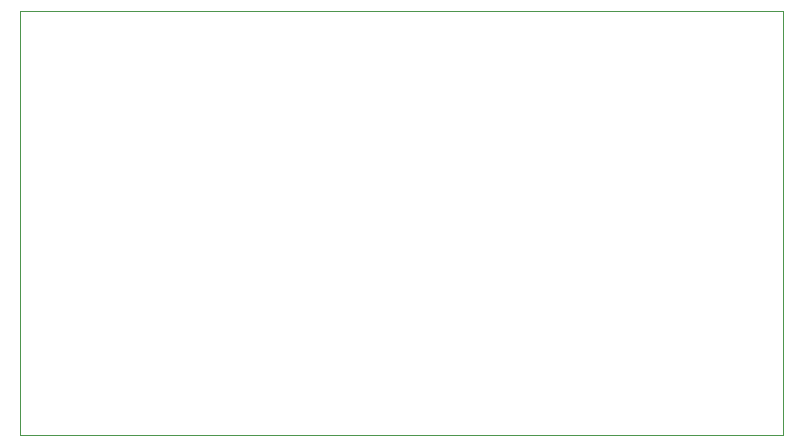
<source format=gbr>
%TF.GenerationSoftware,KiCad,Pcbnew,(6.0.7)*%
%TF.CreationDate,2024-04-28T10:14:19+07:00*%
%TF.ProjectId,ble_gateway,626c655f-6761-4746-9577-61792e6b6963,rev?*%
%TF.SameCoordinates,Original*%
%TF.FileFunction,Profile,NP*%
%FSLAX46Y46*%
G04 Gerber Fmt 4.6, Leading zero omitted, Abs format (unit mm)*
G04 Created by KiCad (PCBNEW (6.0.7)) date 2024-04-28 10:14:19*
%MOMM*%
%LPD*%
G01*
G04 APERTURE LIST*
%TA.AperFunction,Profile*%
%ADD10C,0.100000*%
%TD*%
G04 APERTURE END LIST*
D10*
X84800000Y-122800000D02*
X84810000Y-86920000D01*
X149455000Y-122800000D02*
X84800000Y-122800000D01*
X84810000Y-86920000D02*
X149460000Y-86930000D01*
X149460000Y-86930000D02*
X149455000Y-122800000D01*
M02*

</source>
